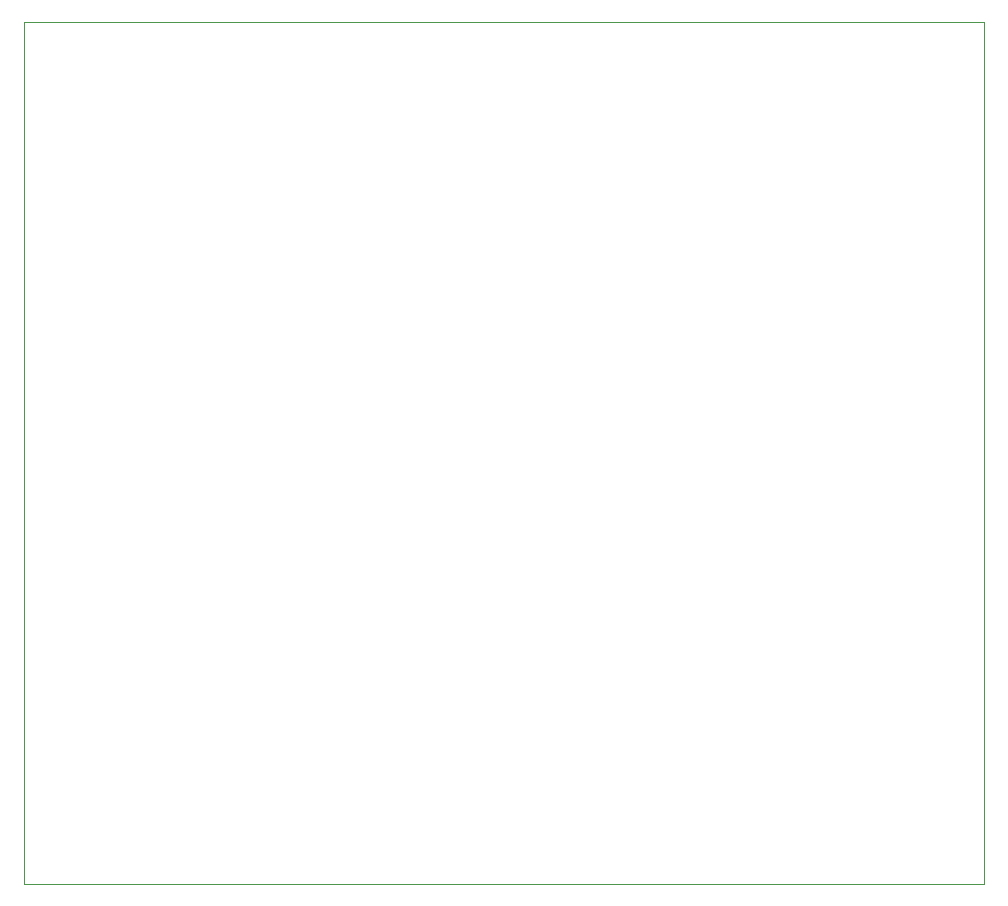
<source format=gm1>
G04 #@! TF.GenerationSoftware,KiCad,Pcbnew,(5.1.5)-3*
G04 #@! TF.CreationDate,2020-07-16T15:34:51+02:00*
G04 #@! TF.ProjectId,AdaptaddorCubeCellV2,41646170-7461-4646-946f-724375626543,1.0*
G04 #@! TF.SameCoordinates,Original*
G04 #@! TF.FileFunction,Profile,NP*
%FSLAX46Y46*%
G04 Gerber Fmt 4.6, Leading zero omitted, Abs format (unit mm)*
G04 Created by KiCad (PCBNEW (5.1.5)-3) date 2020-07-16 15:34:51*
%MOMM*%
%LPD*%
G04 APERTURE LIST*
%ADD10C,0.050000*%
G04 APERTURE END LIST*
D10*
X88900000Y-139065000D02*
X88900000Y-66040000D01*
X170180000Y-139065000D02*
X88900000Y-139065000D01*
X170180000Y-66040000D02*
X170180000Y-139065000D01*
X88900000Y-66040000D02*
X170180000Y-66040000D01*
M02*

</source>
